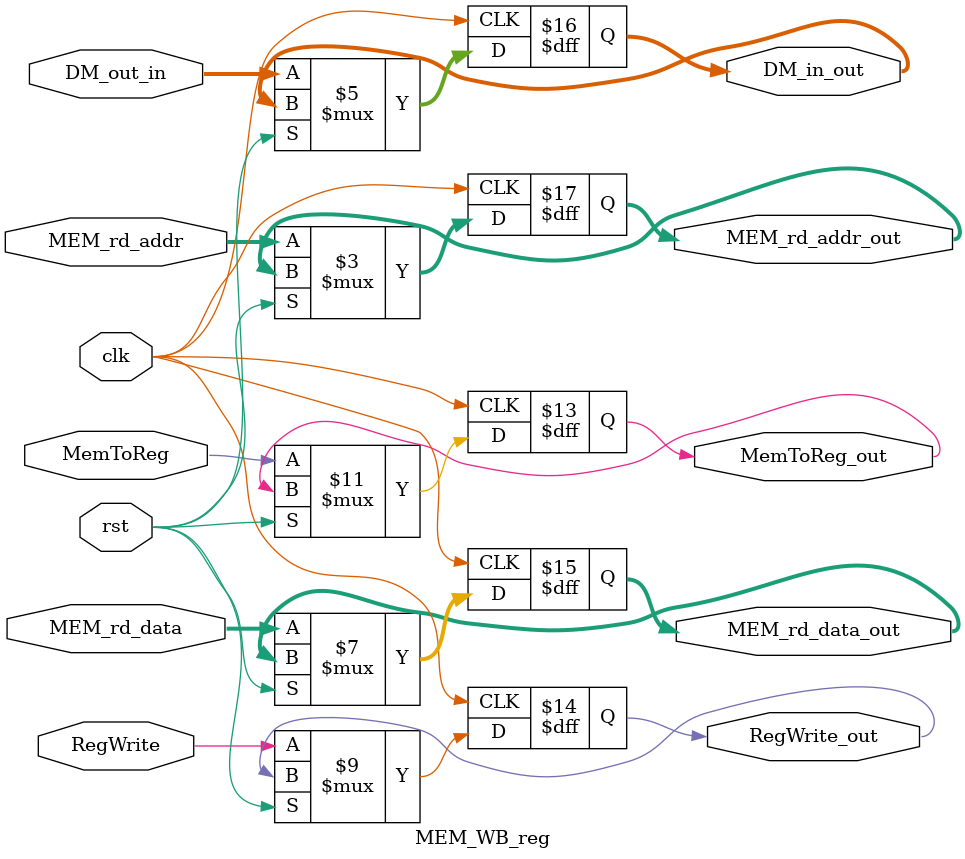
<source format=v>
module IF_ID_reg(
    input clk,
    input rst,
    input IF_ID_reg_RegWrite,
    input [31:0] pc_out_in,
    input [31:0] instr_out_in,
    output reg [31:0] pc_in_out,
    output reg [31:0] instr_in_out
);

always @(posedge clk) begin
    if(rst == 0) begin
        if(IF_ID_reg_RegWrite) begin
            pc_in_out <= pc_out_in;
            instr_in_out <= instr_out_in;
        end
    end
end

endmodule

module ID_EX_reg(
    input clk,
    input rst,
    // Mem/WB field input
    input MemToReg,
    input RegWrite,
    output reg MemToReg_out,
    output reg RegWrite_out,
    // Ex/Mem field input
    input RDSrc,
    input MemRead,
    input MemWrite,
    output reg RDSrc_out,
    output reg MemRead_out,
    output reg MemWrite_out,
    // ID/Ex field input
    input PCToRegSrc,
    input ALUSrc,
    input [2:0] ALUOp,
    output reg PCToRegSrc_out,
    output reg ALUSrc_out,
    output reg [2:0] ALUOp_out,
    // information field
    input [6:0] opcode,
    input [31:0] ID_pc,
    input [31:0] Rs1Data,
    input [31:0] Rs2Data,
    input [31:0] Imm_src,
    input [2:0] funct3,
    input [6:0] funct7,
    input [4:0] rd_addr,
    input [4:0] rs1_addr,
    input [4:0] rs2_addr,
    output reg [6:0] opcode_out,
    output reg [31:0] ID_pc_out,
    output reg [31:0] Rs1Data_out,
    output reg [31:0] Rs2Data_out,
    output reg [31:0] Imm_src_out,
    output reg [2:0] funct3_out,
    output reg [6:0] funct7_out,
    output reg [4:0] rd_addr_out,
    output reg [4:0] rs1_addr_out,
    output reg [4:0] rs2_addr_out
);

always @(posedge clk) begin
    if(rst == 0) begin
        // Mem/WB field
        MemToReg_out <= MemToReg;
        RegWrite_out <= RegWrite;
        // Ex/Mem field
        RDSrc_out <= RDSrc;
        MemRead_out <= MemRead;
        MemWrite_out <= MemWrite;
        // ID/Ex field
        PCToRegSrc_out <= PCToRegSrc;
        ALUSrc_out <= ALUSrc;
        ALUOp_out <= ALUOp;
        // information field
        ID_pc_out <= ID_pc;
        Rs1Data_out <= Rs1Data;
        Rs2Data_out <= Rs2Data;
        Imm_src_out <= Imm_src;
        funct3_out <= funct3;
        funct7_out <= funct7;
        rd_addr_out <= rd_addr;
        rs1_addr_out <= rs1_addr;
        rs2_addr_out <= rs2_addr;
        opcode_out <= opcode;
    end
end

endmodule

module EX_MEM_reg(
    input clk,
    input rst,
    // MEM/WB field
    input MemToReg,
    input RegWrite,
    output reg MemToReg_out,
    output reg RegWrite_out,
    // EX/MEM field
    input RDSrc,
    input MemRead,
    input MemWrite,
    output reg RDSrc_out,
    output reg MemRead_out,
    output reg MemWrite_out,
    // information field
    input [31:0] pc_to_reg,
    input [31:0] alu_out_in,
    input [31:0] rs2_data,
    input [4:0] rd_addr,
    input [4:0] rs2_addr,
    output reg [4:0] rs2_addr_out,
    output reg [31:0] pc_to_reg_out,
    output reg [31:0] alu_in_out,
    output reg [31:0] rs2_data_out,
    output reg [4:0] rd_addr_out
);

always @(posedge clk) begin
    if(rst == 0) begin
        // Mem/WB field
        MemToReg_out <= MemToReg;
        RegWrite_out <= RegWrite;
        // EX/MEM field
        RDSrc_out <= RDSrc;
        MemRead_out <= MemRead;
        MemWrite_out <= MemWrite;
        // information field
        pc_to_reg_out <= pc_to_reg;
        alu_in_out <= alu_out_in;
        rs2_data_out <= rs2_data;
        rs2_addr_out <= rs2_addr;
        rd_addr_out <= rd_addr;
    end
end

endmodule


module MEM_WB_reg(
    input clk,
    input rst,
    // WB field
    input MemToReg,
    input RegWrite,
    output reg MemToReg_out,
    output reg RegWrite_out,
    // information field
    input [31:0] MEM_rd_data,
    input [31:0] DM_out_in,
    input [4:0] MEM_rd_addr,
    output reg [31:0] MEM_rd_data_out,
    output reg [31:0] DM_in_out,
    output reg [4:0] MEM_rd_addr_out
);

always @(posedge clk) begin
    if(rst == 0) begin
        // WB field
        MemToReg_out <= MemToReg;
        RegWrite_out <= RegWrite;
        // information field
        MEM_rd_data_out <= MEM_rd_data;
        DM_in_out <= DM_out_in;
        MEM_rd_addr_out <= MEM_rd_addr;
    end
end

endmodule
</source>
